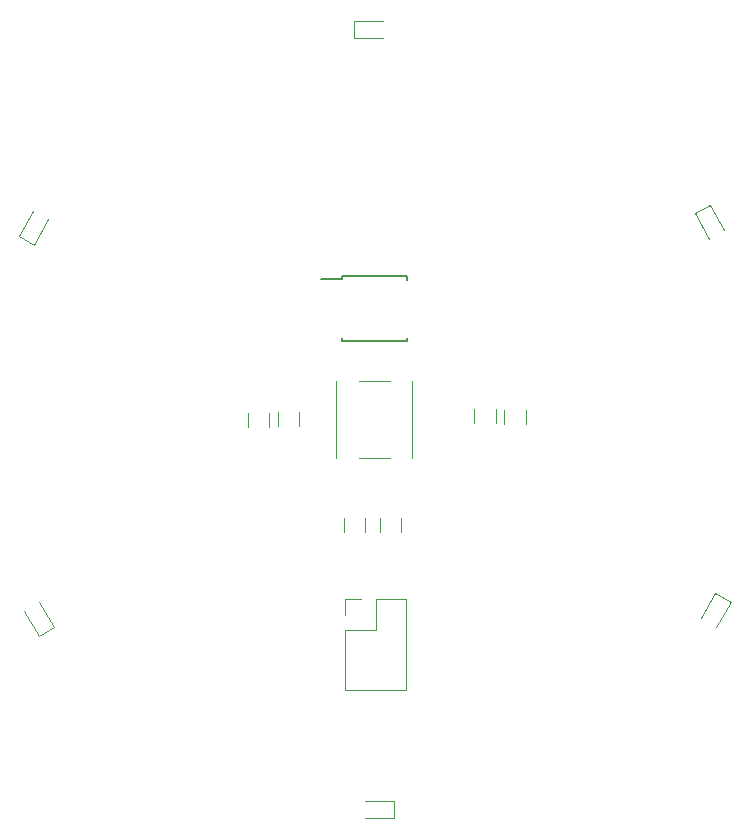
<source format=gbr>
%TF.GenerationSoftware,KiCad,Pcbnew,5.1.6-c6e7f7d~87~ubuntu19.10.1*%
%TF.CreationDate,2021-11-13T16:17:34-08:00*%
%TF.ProjectId,snowflake2021,736e6f77-666c-4616-9b65-323032312e6b,rev?*%
%TF.SameCoordinates,Original*%
%TF.FileFunction,Legend,Top*%
%TF.FilePolarity,Positive*%
%FSLAX46Y46*%
G04 Gerber Fmt 4.6, Leading zero omitted, Abs format (unit mm)*
G04 Created by KiCad (PCBNEW 5.1.6-c6e7f7d~87~ubuntu19.10.1) date 2021-11-13 16:17:34*
%MOMM*%
%LPD*%
G01*
G04 APERTURE LIST*
%ADD10C,0.120000*%
%ADD11C,0.150000*%
G04 APERTURE END LIST*
D10*
%TO.C,SW1*%
X141677000Y-66620000D02*
X141707000Y-66620000D01*
X148137000Y-66620000D02*
X148107000Y-66620000D01*
X148137000Y-73080000D02*
X148107000Y-73080000D01*
X141707000Y-73080000D02*
X141677000Y-73080000D01*
X143607000Y-66620000D02*
X146207000Y-66620000D01*
X141677000Y-73080000D02*
X141677000Y-66620000D01*
X143607000Y-73080000D02*
X146207000Y-73080000D01*
X148137000Y-73080000D02*
X148137000Y-66620000D01*
%TO.C,R4*%
X153395000Y-70161564D02*
X153395000Y-68957436D01*
X155215000Y-70161564D02*
X155215000Y-68957436D01*
%TO.C,R3*%
X144166000Y-78137936D02*
X144166000Y-79342064D01*
X142346000Y-78137936D02*
X142346000Y-79342064D01*
%TO.C,R2*%
X145394000Y-79342064D02*
X145394000Y-78137936D01*
X147214000Y-79342064D02*
X147214000Y-78137936D01*
%TO.C,R1*%
X155935000Y-70234564D02*
X155935000Y-69030436D01*
X157755000Y-70234564D02*
X157755000Y-69030436D01*
%TO.C,D6*%
X116024971Y-52156908D02*
X114794971Y-54287330D01*
X114794971Y-54287330D02*
X116068029Y-55022330D01*
X116068029Y-55022330D02*
X117298029Y-52891908D01*
%TO.C,D5*%
X115281471Y-86034680D02*
X116511471Y-88165102D01*
X116511471Y-88165102D02*
X117784529Y-87430102D01*
X117784529Y-87430102D02*
X116554529Y-85299680D01*
%TO.C,D4*%
X144107000Y-103605000D02*
X146567000Y-103605000D01*
X146567000Y-103605000D02*
X146567000Y-102135000D01*
X146567000Y-102135000D02*
X144107000Y-102135000D01*
%TO.C,D3*%
X173845529Y-87420320D02*
X175075529Y-85289898D01*
X175075529Y-85289898D02*
X173802471Y-84554898D01*
X173802471Y-84554898D02*
X172572471Y-86685320D01*
%TO.C,D2*%
X174532529Y-53792320D02*
X173302529Y-51661898D01*
X173302529Y-51661898D02*
X172029471Y-52396898D01*
X172029471Y-52396898D02*
X173259471Y-54527320D01*
%TO.C,D1*%
X145693000Y-36095000D02*
X143233000Y-36095000D01*
X143233000Y-36095000D02*
X143233000Y-37565000D01*
X143233000Y-37565000D02*
X145693000Y-37565000D01*
%TO.C,C1*%
X134218000Y-70452064D02*
X134218000Y-69247936D01*
X136038000Y-70452064D02*
X136038000Y-69247936D01*
D11*
%TO.C,U1*%
X142157000Y-57902000D02*
X140407000Y-57902000D01*
X142157000Y-63207000D02*
X147657000Y-63207000D01*
X142157000Y-57697000D02*
X147657000Y-57697000D01*
X142157000Y-63207000D02*
X142157000Y-62907000D01*
X147657000Y-63207000D02*
X147657000Y-62907000D01*
X147657000Y-57697000D02*
X147657000Y-57997000D01*
X142157000Y-57697000D02*
X142157000Y-57902000D01*
D10*
%TO.C,R5*%
X136758000Y-70415564D02*
X136758000Y-69211436D01*
X138578000Y-70415564D02*
X138578000Y-69211436D01*
%TO.C,J1*%
X142434000Y-92770000D02*
X147634000Y-92770000D01*
X142434000Y-87630000D02*
X142434000Y-92770000D01*
X147634000Y-85030000D02*
X147634000Y-92770000D01*
X142434000Y-87630000D02*
X145034000Y-87630000D01*
X145034000Y-87630000D02*
X145034000Y-85030000D01*
X145034000Y-85030000D02*
X147634000Y-85030000D01*
X142434000Y-86360000D02*
X142434000Y-85030000D01*
X142434000Y-85030000D02*
X143764000Y-85030000D01*
%TD*%
M02*

</source>
